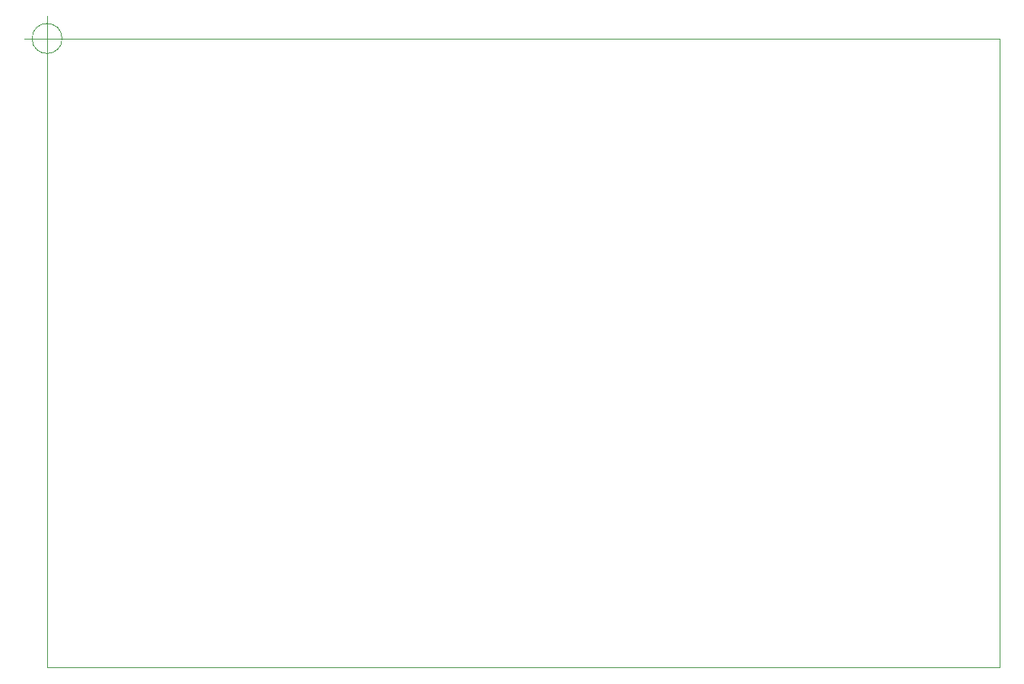
<source format=gbr>
%TF.GenerationSoftware,KiCad,Pcbnew,(5.1.8)-1*%
%TF.CreationDate,2021-03-14T10:01:34+01:00*%
%TF.ProjectId,Telerupteur_Emetteur_RF433_V2,54656c65-7275-4707-9465-75725f456d65,rev?*%
%TF.SameCoordinates,Original*%
%TF.FileFunction,Paste,Bot*%
%TF.FilePolarity,Positive*%
%FSLAX46Y46*%
G04 Gerber Fmt 4.6, Leading zero omitted, Abs format (unit mm)*
G04 Created by KiCad (PCBNEW (5.1.8)-1) date 2021-03-14 10:01:34*
%MOMM*%
%LPD*%
G01*
G04 APERTURE LIST*
%TA.AperFunction,Profile*%
%ADD10C,0.050000*%
%TD*%
%TA.AperFunction,Profile*%
%ADD11C,0.100000*%
%TD*%
G04 APERTURE END LIST*
D10*
X50666666Y-49950000D02*
G75*
G03*
X50666666Y-49950000I-1666666J0D01*
G01*
X46500000Y-49950000D02*
X51500000Y-49950000D01*
X49000000Y-47450000D02*
X49000000Y-52450000D01*
D11*
X49000000Y-49950000D02*
X155000000Y-49975000D01*
D10*
X49000000Y-120000000D02*
X155000000Y-120000000D01*
X155000000Y-49975000D02*
X155000000Y-120000000D01*
D11*
X49000000Y-49950000D02*
X49000000Y-120000000D01*
M02*

</source>
